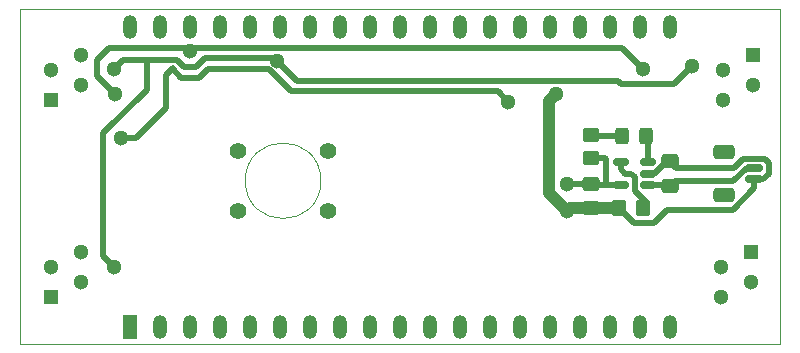
<source format=gbr>
G04 #@! TF.GenerationSoftware,KiCad,Pcbnew,(7.0.0)*
G04 #@! TF.CreationDate,2023-02-27T13:13:10+01:00*
G04 #@! TF.ProjectId,VR-Shield,56522d53-6869-4656-9c64-2e6b69636164,v02*
G04 #@! TF.SameCoordinates,Original*
G04 #@! TF.FileFunction,Copper,L2,Bot*
G04 #@! TF.FilePolarity,Positive*
%FSLAX46Y46*%
G04 Gerber Fmt 4.6, Leading zero omitted, Abs format (unit mm)*
G04 Created by KiCad (PCBNEW (7.0.0)) date 2023-02-27 13:13:10*
%MOMM*%
%LPD*%
G01*
G04 APERTURE LIST*
G04 Aperture macros list*
%AMRoundRect*
0 Rectangle with rounded corners*
0 $1 Rounding radius*
0 $2 $3 $4 $5 $6 $7 $8 $9 X,Y pos of 4 corners*
0 Add a 4 corners polygon primitive as box body*
4,1,4,$2,$3,$4,$5,$6,$7,$8,$9,$2,$3,0*
0 Add four circle primitives for the rounded corners*
1,1,$1+$1,$2,$3*
1,1,$1+$1,$4,$5*
1,1,$1+$1,$6,$7*
1,1,$1+$1,$8,$9*
0 Add four rect primitives between the rounded corners*
20,1,$1+$1,$2,$3,$4,$5,0*
20,1,$1+$1,$4,$5,$6,$7,0*
20,1,$1+$1,$6,$7,$8,$9,0*
20,1,$1+$1,$8,$9,$2,$3,0*%
G04 Aperture macros list end*
G04 #@! TA.AperFunction,SMDPad,CuDef*
%ADD10RoundRect,0.250000X0.475000X-0.337500X0.475000X0.337500X-0.475000X0.337500X-0.475000X-0.337500X0*%
G04 #@! TD*
G04 #@! TA.AperFunction,SMDPad,CuDef*
%ADD11RoundRect,0.250000X-0.475000X0.337500X-0.475000X-0.337500X0.475000X-0.337500X0.475000X0.337500X0*%
G04 #@! TD*
G04 #@! TA.AperFunction,SMDPad,CuDef*
%ADD12RoundRect,0.250000X0.325000X0.450000X-0.325000X0.450000X-0.325000X-0.450000X0.325000X-0.450000X0*%
G04 #@! TD*
G04 #@! TA.AperFunction,SMDPad,CuDef*
%ADD13RoundRect,0.150000X0.512500X0.150000X-0.512500X0.150000X-0.512500X-0.150000X0.512500X-0.150000X0*%
G04 #@! TD*
G04 #@! TA.AperFunction,SMDPad,CuDef*
%ADD14RoundRect,0.250000X0.450000X-0.350000X0.450000X0.350000X-0.450000X0.350000X-0.450000X-0.350000X0*%
G04 #@! TD*
G04 #@! TA.AperFunction,SMDPad,CuDef*
%ADD15RoundRect,0.250000X0.350000X0.450000X-0.350000X0.450000X-0.350000X-0.450000X0.350000X-0.450000X0*%
G04 #@! TD*
G04 #@! TA.AperFunction,ComponentPad*
%ADD16R,1.300000X1.300000*%
G04 #@! TD*
G04 #@! TA.AperFunction,ComponentPad*
%ADD17C,1.300000*%
G04 #@! TD*
G04 #@! TA.AperFunction,ComponentPad*
%ADD18O,1.200000X2.000000*%
G04 #@! TD*
G04 #@! TA.AperFunction,ComponentPad*
%ADD19R,1.200000X2.000000*%
G04 #@! TD*
G04 #@! TA.AperFunction,SMDPad,CuDef*
%ADD20RoundRect,0.150000X-0.625000X0.150000X-0.625000X-0.150000X0.625000X-0.150000X0.625000X0.150000X0*%
G04 #@! TD*
G04 #@! TA.AperFunction,SMDPad,CuDef*
%ADD21RoundRect,0.250000X-0.650000X0.350000X-0.650000X-0.350000X0.650000X-0.350000X0.650000X0.350000X0*%
G04 #@! TD*
G04 #@! TA.AperFunction,ComponentPad*
%ADD22C,1.397000*%
G04 #@! TD*
G04 #@! TA.AperFunction,ViaPad*
%ADD23C,1.300000*%
G04 #@! TD*
G04 #@! TA.AperFunction,Conductor*
%ADD24C,0.500000*%
G04 #@! TD*
G04 #@! TA.AperFunction,Conductor*
%ADD25C,1.000000*%
G04 #@! TD*
G04 #@! TA.AperFunction,Profile*
%ADD26C,0.100000*%
G04 #@! TD*
G04 APERTURE END LIST*
D10*
G04 #@! TO.P,C1,1*
G04 #@! TO.N,Net-(BT1-+)*
X173355000Y-110892500D03*
G04 #@! TO.P,C1,2*
G04 #@! TO.N,GND*
X173355000Y-108817500D03*
G04 #@! TD*
D11*
G04 #@! TO.P,C2,2*
G04 #@! TO.N,GND*
X166640000Y-112797500D03*
G04 #@! TO.P,C2,1*
G04 #@! TO.N,/5V*
X166640000Y-110722500D03*
G04 #@! TD*
D12*
G04 #@! TO.P,D2,1,K*
G04 #@! TO.N,Net-(D2-K)*
X171348000Y-106680000D03*
G04 #@! TO.P,D2,2,A*
G04 #@! TO.N,Net-(D2-A)*
X169298000Y-106680000D03*
G04 #@! TD*
D13*
G04 #@! TO.P,U2,5,PROG*
G04 #@! TO.N,Net-(U2-PROG)*
X169185500Y-108905000D03*
G04 #@! TO.P,U2,4,V_{DD}*
G04 #@! TO.N,/5V*
X169185500Y-110805000D03*
G04 #@! TO.P,U2,3,V_{BAT}*
G04 #@! TO.N,Net-(BT1-+)*
X171460500Y-110805000D03*
G04 #@! TO.P,U2,2,V_{SS}*
G04 #@! TO.N,GND*
X171460500Y-109855000D03*
G04 #@! TO.P,U2,1,STAT*
G04 #@! TO.N,Net-(D2-K)*
X171460500Y-108905000D03*
G04 #@! TD*
D14*
G04 #@! TO.P,R5,2*
G04 #@! TO.N,Net-(D2-A)*
X166640000Y-106569000D03*
G04 #@! TO.P,R5,1*
G04 #@! TO.N,/5V*
X166640000Y-108569000D03*
G04 #@! TD*
D15*
G04 #@! TO.P,R4,1*
G04 #@! TO.N,Net-(U2-PROG)*
X171069000Y-112776000D03*
G04 #@! TO.P,R4,2*
G04 #@! TO.N,GND*
X169069000Y-112776000D03*
G04 #@! TD*
D16*
G04 #@! TO.P,P4,1,GND*
G04 #@! TO.N,GND*
X180212999Y-116458999D03*
D17*
G04 #@! TO.P,P4,2,SCL*
G04 #@! TO.N,Net-(P1-SCL)*
X177673000Y-117729000D03*
G04 #@! TO.P,P4,3,SDA*
G04 #@! TO.N,Net-(P1-SDA)*
X180213000Y-118999000D03*
G04 #@! TO.P,P4,4,VCC*
G04 #@! TO.N,Net-(P1-VCC)*
X177673000Y-120269000D03*
G04 #@! TD*
D16*
G04 #@! TO.P,P3,1,GND*
G04 #@! TO.N,GND*
X120903999Y-120268999D03*
D17*
G04 #@! TO.P,P3,2,SCL*
G04 #@! TO.N,Net-(P1-SCL)*
X123444000Y-118999000D03*
G04 #@! TO.P,P3,3,SDA*
G04 #@! TO.N,Net-(P1-SDA)*
X120904000Y-117729000D03*
G04 #@! TO.P,P3,4,VCC*
G04 #@! TO.N,Net-(P1-VCC)*
X123444000Y-116459000D03*
G04 #@! TD*
G04 #@! TO.P,P2,4,VCC*
G04 #@! TO.N,Net-(P1-VCC)*
X123444000Y-99822000D03*
G04 #@! TO.P,P2,3,SDA*
G04 #@! TO.N,Net-(P1-SDA)*
X120904000Y-101092000D03*
G04 #@! TO.P,P2,2,SCL*
G04 #@! TO.N,Net-(P1-SCL)*
X123444000Y-102362000D03*
D16*
G04 #@! TO.P,P2,1,GND*
G04 #@! TO.N,GND*
X120903999Y-103631999D03*
G04 #@! TD*
G04 #@! TO.P,P1,1,GND*
G04 #@! TO.N,GND*
X180339999Y-99821999D03*
D17*
G04 #@! TO.P,P1,2,SCL*
G04 #@! TO.N,Net-(P1-SCL)*
X177800000Y-101092000D03*
G04 #@! TO.P,P1,3,SDA*
G04 #@! TO.N,Net-(P1-SDA)*
X180340000Y-102362000D03*
G04 #@! TO.P,P1,4,VCC*
G04 #@! TO.N,Net-(P1-VCC)*
X177800000Y-103632000D03*
G04 #@! TD*
D18*
G04 #@! TO.P,U1,38,GND*
G04 #@! TO.N,GND*
X127634999Y-97408999D03*
G04 #@! TO.P,U1,37,GPIO23*
G04 #@! TO.N,unconnected-(U1-GPIO23-Pad37)*
X130174999Y-97408999D03*
G04 #@! TO.P,U1,36,GPIO22*
G04 #@! TO.N,Net-(P1-SCL)*
X132714999Y-97408999D03*
G04 #@! TO.P,U1,35,U0TXD/GPIO1*
G04 #@! TO.N,unconnected-(U1-U0TXD{slash}GPIO1-Pad35)*
X135254999Y-97408999D03*
G04 #@! TO.P,U1,34,U0RXD/GPIO3*
G04 #@! TO.N,unconnected-(U1-U0RXD{slash}GPIO3-Pad34)*
X137794999Y-97408999D03*
G04 #@! TO.P,U1,33,GPIO21*
G04 #@! TO.N,Net-(P1-SDA)*
X140334999Y-97408999D03*
G04 #@! TO.P,U1,32,GND*
G04 #@! TO.N,unconnected-(U1-GND-Pad32)*
X142874999Y-97408999D03*
G04 #@! TO.P,U1,31,GPIO19*
G04 #@! TO.N,Net-(U1-GPIO19)*
X145414999Y-97408999D03*
G04 #@! TO.P,U1,30,GPIO18*
G04 #@! TO.N,unconnected-(U1-GPIO18-Pad30)*
X147954999Y-97408999D03*
G04 #@! TO.P,U1,29,\u002AGPIO5*
G04 #@! TO.N,unconnected-(U1-\u002AGPIO5-Pad29)*
X150494999Y-97408999D03*
G04 #@! TO.P,U1,28,GPIO17*
G04 #@! TO.N,unconnected-(U1-GPIO17-Pad28)*
X153034999Y-97408999D03*
G04 #@! TO.P,U1,27,GPIO16*
G04 #@! TO.N,unconnected-(U1-GPIO16-Pad27)*
X155574999Y-97408999D03*
G04 #@! TO.P,U1,26,ADC2_CH0/GPIO4*
G04 #@! TO.N,unconnected-(U1-ADC2_CH0{slash}GPIO4-Pad26)*
X158114999Y-97408999D03*
G04 #@! TO.P,U1,25,\u002AGPIO0/BOOT/ADC2_CH1*
G04 #@! TO.N,unconnected-(U1-\u002AGPIO0{slash}BOOT{slash}ADC2_CH1-Pad25)*
X160654999Y-97408999D03*
G04 #@! TO.P,U1,24,ADC2_CH2/\u002AGPIO2*
G04 #@! TO.N,unconnected-(U1-ADC2_CH2{slash}\u002AGPIO2-Pad24)*
X163194999Y-97408999D03*
G04 #@! TO.P,U1,23,\u002AMTDO/GPIO15/ADC2_CH3*
G04 #@! TO.N,unconnected-(U1-\u002AMTDO{slash}GPIO15{slash}ADC2_CH3-Pad23)*
X165734999Y-97408999D03*
G04 #@! TO.P,U1,22,SD_DATA1/GPIO8*
G04 #@! TO.N,unconnected-(U1-SD_DATA1{slash}GPIO8-Pad22)*
X168274999Y-97408999D03*
G04 #@! TO.P,U1,21,SD_DATA0/GPIO7*
G04 #@! TO.N,unconnected-(U1-SD_DATA0{slash}GPIO7-Pad21)*
X170812279Y-97412679D03*
G04 #@! TO.P,U1,20,SD_CLK/GPIO6*
G04 #@! TO.N,unconnected-(U1-SD_CLK{slash}GPIO6-Pad20)*
X173352279Y-97412679D03*
G04 #@! TO.P,U1,19,5V*
G04 #@! TO.N,/5V*
X173354999Y-122808999D03*
G04 #@! TO.P,U1,18,CMD*
G04 #@! TO.N,unconnected-(U1-CMD-Pad18)*
X170814999Y-122808999D03*
G04 #@! TO.P,U1,17,SD_DATA3/GPIO10*
G04 #@! TO.N,unconnected-(U1-SD_DATA3{slash}GPIO10-Pad17)*
X168274999Y-122808999D03*
G04 #@! TO.P,U1,16,SD_DATA2/GPIO9*
G04 #@! TO.N,unconnected-(U1-SD_DATA2{slash}GPIO9-Pad16)*
X165734999Y-122808999D03*
G04 #@! TO.P,U1,15,MTCK/GPIO13/ADC2_CH4*
G04 #@! TO.N,unconnected-(U1-MTCK{slash}GPIO13{slash}ADC2_CH4-Pad15)*
X163194999Y-122808999D03*
G04 #@! TO.P,U1,14,GND*
G04 #@! TO.N,GND*
X160654999Y-122808999D03*
G04 #@! TO.P,U1,13,\u002AMTDI/GPIO12/ADC2_CH5*
G04 #@! TO.N,unconnected-(U1-\u002AMTDI{slash}GPIO12{slash}ADC2_CH5-Pad13)*
X158114999Y-122808999D03*
G04 #@! TO.P,U1,12,MTMS/GPIO14/ADC2_CH6*
G04 #@! TO.N,unconnected-(U1-MTMS{slash}GPIO14{slash}ADC2_CH6-Pad12)*
X155574999Y-122808999D03*
G04 #@! TO.P,U1,11,ADC2_CH7/GPIO27*
G04 #@! TO.N,unconnected-(U1-ADC2_CH7{slash}GPIO27-Pad11)*
X153034999Y-122808999D03*
G04 #@! TO.P,U1,10,DAC_2/ADC2_CH9/GPIO26*
G04 #@! TO.N,unconnected-(U1-DAC_2{slash}ADC2_CH9{slash}GPIO26-Pad10)*
X150494999Y-122808999D03*
G04 #@! TO.P,U1,9,DAC_1/ADC2_CH8/GPIO25*
G04 #@! TO.N,unconnected-(U1-DAC_1{slash}ADC2_CH8{slash}GPIO25-Pad9)*
X147954999Y-122808999D03*
G04 #@! TO.P,U1,8,32K_XN/GPIO33/ADC1_CH5*
G04 #@! TO.N,unconnected-(U1-32K_XN{slash}GPIO33{slash}ADC1_CH5-Pad8)*
X145414999Y-122808999D03*
G04 #@! TO.P,U1,7,32K_XP/GPIO32/ADC1_CH4*
G04 #@! TO.N,/LED*
X142874999Y-122808999D03*
G04 #@! TO.P,U1,6,VDET_2/GPIO35/ADC1_CH7*
G04 #@! TO.N,unconnected-(U1-VDET_2{slash}GPIO35{slash}ADC1_CH7-Pad6)*
X140334999Y-122808999D03*
G04 #@! TO.P,U1,5,VDET_1/GPIO34/ADC1_CH6*
G04 #@! TO.N,unconnected-(U1-VDET_1{slash}GPIO34{slash}ADC1_CH6-Pad5)*
X137794999Y-122808999D03*
G04 #@! TO.P,U1,4,SENSOR_VN/GPIO39/ADC1_CH3*
G04 #@! TO.N,unconnected-(U1-SENSOR_VN{slash}GPIO39{slash}ADC1_CH3-Pad4)*
X135254999Y-122808999D03*
G04 #@! TO.P,U1,3,SENSOR_VP/GPIO36/ADC1_CH0*
G04 #@! TO.N,unconnected-(U1-SENSOR_VP{slash}GPIO36{slash}ADC1_CH0-Pad3)*
X132714999Y-122808999D03*
G04 #@! TO.P,U1,2,CHIP_PU*
G04 #@! TO.N,Net-(U1-CHIP_PU)*
X130174999Y-122808999D03*
D19*
G04 #@! TO.P,U1,1,3V3*
G04 #@! TO.N,unconnected-(U1-3V3-Pad1)*
X127634999Y-122808999D03*
G04 #@! TD*
D20*
G04 #@! TO.P,BT1,1,+*
G04 #@! TO.N,Net-(BT1-+)*
X180467000Y-109347000D03*
G04 #@! TO.P,BT1,2,-*
G04 #@! TO.N,GND*
X180467000Y-110347000D03*
D21*
G04 #@! TO.P,BT1,MP*
G04 #@! TO.N,N/C*
X177942000Y-108047000D03*
X177942000Y-111647000D03*
G04 #@! TD*
D22*
G04 #@! TO.P,CB1,1*
G04 #@! TO.N,Net-(U1-CHIP_PU)*
X144399000Y-107950000D03*
X136779000Y-107950000D03*
G04 #@! TO.P,CB1,2*
G04 #@! TO.N,GND*
X144399000Y-113030000D03*
X136779000Y-113030000D03*
G04 #@! TD*
D23*
G04 #@! TO.N,Net-(P1-VCC)*
X159639000Y-103759000D03*
X126873000Y-106807000D03*
G04 #@! TO.N,GND*
X163703000Y-103080500D03*
G04 #@! TO.N,Net-(P1-SCL)*
X171069000Y-101001752D03*
G04 #@! TO.N,Net-(P1-SDA)*
X175252442Y-100709382D03*
G04 #@! TO.N,Net-(P1-SCL)*
X126365000Y-103124000D03*
X132715000Y-99441000D03*
G04 #@! TO.N,Net-(P1-SDA)*
X126238000Y-117729000D03*
X140081000Y-100330000D03*
X126238000Y-100965000D03*
G04 #@! TO.N,GND*
X164592000Y-113030000D03*
G04 #@! TO.N,/5V*
X164592000Y-110744000D03*
G04 #@! TD*
D24*
G04 #@! TO.N,Net-(P1-SCL)*
X169297248Y-99230000D02*
X171069000Y-101001752D01*
X132926000Y-99230000D02*
X169297248Y-99230000D01*
X124841000Y-101600000D02*
X126365000Y-103124000D01*
X125857000Y-99187000D02*
X124841000Y-100203000D01*
X132715000Y-99441000D02*
X132461000Y-99187000D01*
X124841000Y-100203000D02*
X124841000Y-101600000D01*
X132715000Y-99441000D02*
X132926000Y-99230000D01*
X132461000Y-99187000D02*
X125857000Y-99187000D01*
G04 #@! TO.N,Net-(P1-SDA)*
X127000000Y-100203000D02*
X131572000Y-100203000D01*
X126238000Y-100965000D02*
X127000000Y-100203000D01*
X129032000Y-102743000D02*
X129032000Y-100203000D01*
X125349000Y-116840000D02*
X125349000Y-106426000D01*
X125349000Y-106426000D02*
X129032000Y-102743000D01*
X126238000Y-117729000D02*
X125349000Y-116840000D01*
X129032000Y-100203000D02*
X131572000Y-100203000D01*
X141731500Y-101980500D02*
X140081000Y-100330000D01*
X168909500Y-101980500D02*
X141731500Y-101980500D01*
X173726824Y-102235000D02*
X169164000Y-102235000D01*
X169164000Y-102235000D02*
X168909500Y-101980500D01*
X175252442Y-100709382D02*
X173726824Y-102235000D01*
D25*
G04 #@! TO.N,GND*
X163068000Y-111506000D02*
X164592000Y-113030000D01*
X163068000Y-103715500D02*
X163068000Y-111506000D01*
X163703000Y-103080500D02*
X163068000Y-103715500D01*
D24*
X173059028Y-108817500D02*
X173355000Y-108817500D01*
X172021528Y-109855000D02*
X173059028Y-108817500D01*
X171460500Y-109855000D02*
X172021528Y-109855000D01*
G04 #@! TO.N,/5V*
X166722500Y-110805000D02*
X169185500Y-110805000D01*
X166640000Y-110722500D02*
X166722500Y-110805000D01*
X167894000Y-110617000D02*
X168082000Y-110805000D01*
X167878000Y-108569000D02*
X167894000Y-108585000D01*
X167894000Y-108585000D02*
X167894000Y-110617000D01*
X166640000Y-108569000D02*
X167878000Y-108569000D01*
X168082000Y-110805000D02*
X169185500Y-110805000D01*
G04 #@! TO.N,GND*
X178675949Y-112903000D02*
X173101000Y-112903000D01*
X173101000Y-112903000D02*
X171958000Y-114046000D01*
X171958000Y-114046000D02*
X170339000Y-114046000D01*
X180467000Y-111111949D02*
X178675949Y-112903000D01*
X180467000Y-110347000D02*
X180467000Y-111111949D01*
X170339000Y-114046000D02*
X169069000Y-112776000D01*
G04 #@! TO.N,Net-(BT1-+)*
X173267500Y-110805000D02*
X173355000Y-110892500D01*
X171460500Y-110805000D02*
X173267500Y-110805000D01*
G04 #@! TO.N,Net-(U2-PROG)*
X169185500Y-109495500D02*
X169185500Y-108905000D01*
X169545000Y-109855000D02*
X169185500Y-109495500D01*
X170348000Y-111293000D02*
X170348000Y-110150000D01*
X170348000Y-110150000D02*
X170053000Y-109855000D01*
X171323000Y-112268000D02*
X170348000Y-111293000D01*
X170053000Y-109855000D02*
X169545000Y-109855000D01*
X171323000Y-112522000D02*
X171323000Y-112268000D01*
X171069000Y-112776000D02*
X171323000Y-112522000D01*
G04 #@! TO.N,Net-(BT1-+)*
X179843472Y-109347000D02*
X180467000Y-109347000D01*
X173757500Y-110490000D02*
X178700472Y-110490000D01*
X173355000Y-110892500D02*
X173757500Y-110490000D01*
X178700472Y-110490000D02*
X179843472Y-109347000D01*
G04 #@! TO.N,GND*
X181692000Y-109900000D02*
X181245000Y-110347000D01*
X181245000Y-110347000D02*
X180467000Y-110347000D01*
X181692000Y-108921000D02*
X181692000Y-109900000D01*
X178792000Y-109347000D02*
X179542000Y-108597000D01*
X181368000Y-108597000D02*
X181692000Y-108921000D01*
X173884500Y-109347000D02*
X178792000Y-109347000D01*
X173355000Y-108817500D02*
X173884500Y-109347000D01*
X179542000Y-108597000D02*
X181368000Y-108597000D01*
G04 #@! TO.N,Net-(P1-VCC)*
X158750000Y-102870000D02*
X159639000Y-103759000D01*
X141277497Y-102870000D02*
X158750000Y-102870000D01*
X139372497Y-100965000D02*
X141277497Y-102870000D01*
X134239000Y-100965000D02*
X139372497Y-100965000D01*
X133477000Y-101727000D02*
X134239000Y-100965000D01*
X131253000Y-100903000D02*
X131253000Y-101027000D01*
X131953000Y-101727000D02*
X133477000Y-101727000D01*
X130683000Y-101473000D02*
X131253000Y-100903000D01*
X130683000Y-104267000D02*
X130683000Y-101473000D01*
X128143000Y-106807000D02*
X130683000Y-104267000D01*
X126873000Y-106807000D02*
X128143000Y-106807000D01*
X131253000Y-101027000D02*
X131953000Y-101727000D01*
G04 #@! TO.N,Net-(P1-SDA)*
X133981000Y-100080000D02*
X139831000Y-100080000D01*
X139831000Y-100080000D02*
X140081000Y-100330000D01*
X132207000Y-100838000D02*
X133223000Y-100838000D01*
X133223000Y-100838000D02*
X133981000Y-100080000D01*
X131572000Y-100203000D02*
X132207000Y-100838000D01*
G04 #@! TO.N,Net-(P1-SCL)*
X123444000Y-102362000D02*
X123571000Y-102362000D01*
D25*
G04 #@! TO.N,GND*
X164592000Y-113030000D02*
X164846000Y-112776000D01*
X164846000Y-112776000D02*
X169069000Y-112776000D01*
D24*
G04 #@! TO.N,/5V*
X164613500Y-110722500D02*
X164592000Y-110744000D01*
X166640000Y-110722500D02*
X164613500Y-110722500D01*
G04 #@! TO.N,GND*
X166661500Y-112776000D02*
X166640000Y-112797500D01*
G04 #@! TO.N,Net-(D2-A)*
X166751000Y-106680000D02*
X166640000Y-106569000D01*
X169298000Y-106680000D02*
X166751000Y-106680000D01*
G04 #@! TO.N,Net-(D2-K)*
X171460500Y-106792500D02*
X171348000Y-106680000D01*
X171460500Y-108905000D02*
X171460500Y-106792500D01*
G04 #@! TD*
D26*
X118285000Y-95885000D02*
X182685000Y-95885000D01*
X118285000Y-124285000D02*
X118285000Y-95885000D01*
X143789000Y-110465000D02*
G75*
G03*
X143789000Y-110465000I-3200000J0D01*
G01*
X118285000Y-124285000D02*
X182685000Y-124285000D01*
X182685000Y-124285000D02*
X182685000Y-95885000D01*
M02*

</source>
